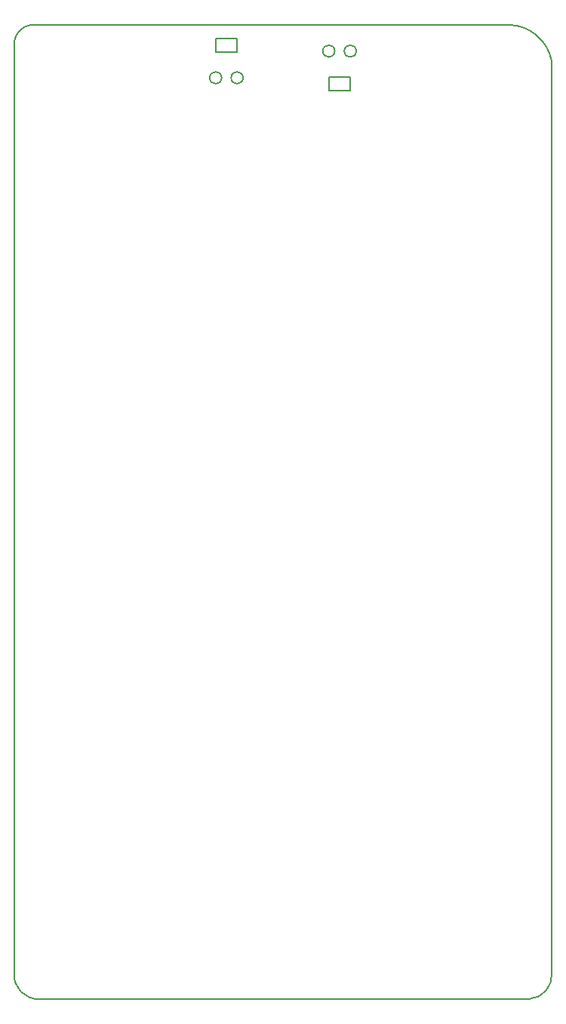
<source format=gko>
G04 DipTrace 3.3.0.0*
G04 pachinko.GKO*
%MOIN*%
G04 #@! TF.FileFunction,Profile*
G04 #@! TF.Part,Single*
%ADD11C,0.005512*%
%FSLAX26Y26*%
G04*
G70*
G90*
G75*
G01*
G04 BoardOutline*
%LPD*%
X2669184Y394184D2*
D11*
G03X2769184Y506684I-6250J106250D01*
G01*
Y4531684D1*
G03X2581684Y4694184I-194118J-34559D01*
G01*
X469184D1*
G03X394184Y4619184I12500J-87500D01*
G01*
Y506684D1*
G03X506684Y394184I106250J-6250D01*
G01*
X2669184D1*
X1257959Y4460375D2*
G02X1257959Y4460375I26410J0D01*
G01*
X1352607D2*
G02X1352607Y4460375I26392J0D01*
G01*
X1284456Y4633740D2*
X1378929D1*
Y4574502D1*
X1284456D1*
Y4633740D1*
X1852589Y4578205D2*
G02X1852589Y4578205I26410J0D01*
G01*
X1757977D2*
G02X1757977Y4578205I26392J0D01*
G01*
X1784439Y4464078D2*
X1878911D1*
Y4404840D1*
X1784439D1*
Y4464078D1*
M02*

</source>
